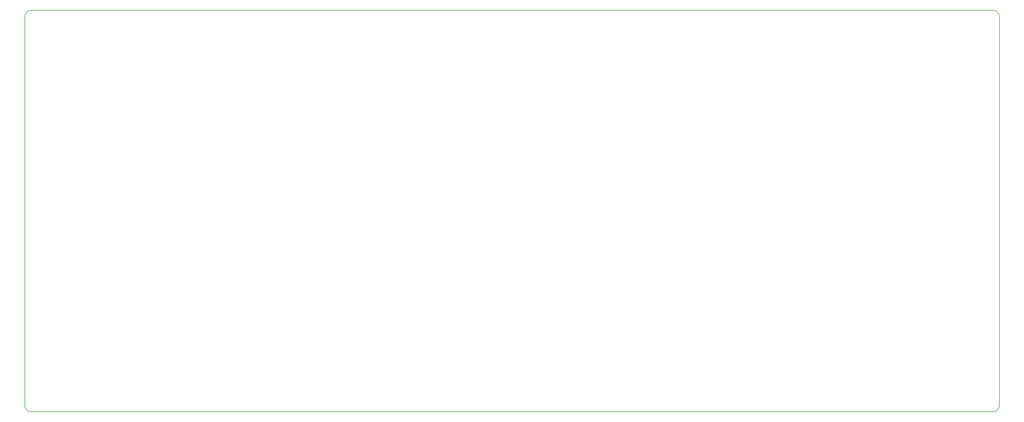
<source format=gm1>
%TF.GenerationSoftware,KiCad,Pcbnew,(5.1.10-6-gecec324121)-1*%
%TF.CreationDate,2021-07-06T17:39:12+03:00*%
%TF.ProjectId,bottomplate,626f7474-6f6d-4706-9c61-74652e6b6963,rev?*%
%TF.SameCoordinates,Original*%
%TF.FileFunction,Profile,NP*%
%FSLAX46Y46*%
G04 Gerber Fmt 4.6, Leading zero omitted, Abs format (unit mm)*
G04 Created by KiCad (PCBNEW (5.1.10-6-gecec324121)-1) date 2021-07-06 17:39:12*
%MOMM*%
%LPD*%
G01*
G04 APERTURE LIST*
%TA.AperFunction,Profile*%
%ADD10C,0.200000*%
%TD*%
G04 APERTURE END LIST*
D10*
X313000000Y-127000000D02*
G75*
G02*
X311000000Y-129000000I-2000000J0D01*
G01*
X311000000Y0D02*
G75*
G02*
X313000000Y-2000000I0J-2000000D01*
G01*
X0Y-2000000D02*
G75*
G02*
X2000000Y0I2000000J0D01*
G01*
X2000000Y-129000000D02*
G75*
G02*
X0Y-127000000I0J2000000D01*
G01*
X313000000Y-127000000D02*
X313000000Y-2000000D01*
X2000000Y-129000000D02*
X311000000Y-129000000D01*
X0Y-2000000D02*
X0Y-127000000D01*
X2000000Y0D02*
X311000000Y0D01*
M02*

</source>
